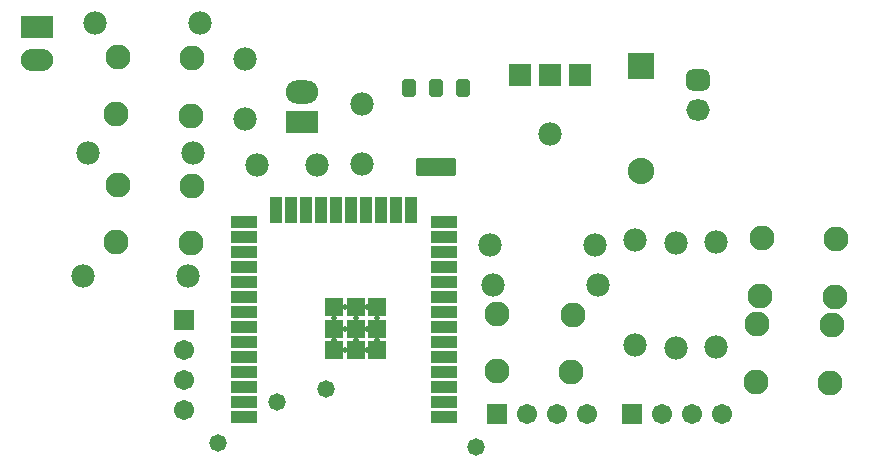
<source format=gbr>
G04*
G04 #@! TF.GenerationSoftware,Altium Limited,Altium Designer,25.0.2 (28)*
G04*
G04 Layer_Color=8388736*
%FSLAX44Y44*%
%MOMM*%
G71*
G04*
G04 #@! TF.SameCoordinates,D42C59B9-CDD2-46E9-AE24-7A473A00D307*
G04*
G04*
G04 #@! TF.FilePolarity,Negative*
G04*
G01*
G75*
%ADD22R,2.2032X1.1032*%
%ADD23R,1.1032X2.2032*%
%ADD24R,1.5332X1.5332*%
G04:AMPARAMS|DCode=25|XSize=1.5132mm|YSize=1.1332mm|CornerRadius=0.1714mm|HoleSize=0mm|Usage=FLASHONLY|Rotation=270.000|XOffset=0mm|YOffset=0mm|HoleType=Round|Shape=RoundedRectangle|*
%AMROUNDEDRECTD25*
21,1,1.5132,0.7905,0,0,270.0*
21,1,1.1705,1.1332,0,0,270.0*
1,1,0.3427,-0.3953,-0.5853*
1,1,0.3427,-0.3953,0.5853*
1,1,0.3427,0.3953,0.5853*
1,1,0.3427,0.3953,-0.5853*
%
%ADD25ROUNDEDRECTD25*%
G04:AMPARAMS|DCode=26|XSize=1.5132mm|YSize=3.4432mm|CornerRadius=0.1999mm|HoleSize=0mm|Usage=FLASHONLY|Rotation=270.000|XOffset=0mm|YOffset=0mm|HoleType=Round|Shape=RoundedRectangle|*
%AMROUNDEDRECTD26*
21,1,1.5132,3.0435,0,0,270.0*
21,1,1.1135,3.4432,0,0,270.0*
1,1,0.3997,-1.5218,-0.5568*
1,1,0.3997,-1.5218,0.5568*
1,1,0.3997,1.5218,0.5568*
1,1,0.3997,1.5218,-0.5568*
%
%ADD26ROUNDEDRECTD26*%
%ADD27C,0.5032*%
%ADD28C,1.9812*%
%ADD29R,1.9812X1.9812*%
%ADD30C,2.1082*%
%ADD31R,1.7032X1.7032*%
%ADD32C,1.7032*%
%ADD33R,1.7032X1.7032*%
G04:AMPARAMS|DCode=34|XSize=1.8032mm|YSize=2.0032mm|CornerRadius=0.5016mm|HoleSize=0mm|Usage=FLASHONLY|Rotation=270.000|XOffset=0mm|YOffset=0mm|HoleType=Round|Shape=RoundedRectangle|*
%AMROUNDEDRECTD34*
21,1,1.8032,1.0000,0,0,270.0*
21,1,0.8000,2.0032,0,0,270.0*
1,1,1.0032,-0.5000,-0.4000*
1,1,1.0032,-0.5000,0.4000*
1,1,1.0032,0.5000,0.4000*
1,1,1.0032,0.5000,-0.4000*
%
%ADD34ROUNDEDRECTD34*%
%ADD35O,2.0032X1.8032*%
%ADD36R,2.2352X2.2352*%
%ADD37C,2.2352*%
%ADD38O,2.7432X1.9812*%
%ADD39R,2.7432X1.9812*%
%ADD40O,2.7432X1.8542*%
%ADD41R,2.7432X1.8542*%
%ADD42C,1.4732*%
D22*
X958350Y483800D02*
D03*
Y496500D02*
D03*
Y509200D02*
D03*
Y521900D02*
D03*
Y534600D02*
D03*
Y547300D02*
D03*
Y560000D02*
D03*
Y572700D02*
D03*
Y585400D02*
D03*
Y598100D02*
D03*
Y610800D02*
D03*
Y623500D02*
D03*
Y636200D02*
D03*
Y648900D02*
D03*
X788350D02*
D03*
Y636200D02*
D03*
Y623500D02*
D03*
Y610800D02*
D03*
Y598100D02*
D03*
Y585400D02*
D03*
Y572700D02*
D03*
Y560000D02*
D03*
Y547300D02*
D03*
Y534600D02*
D03*
Y521900D02*
D03*
Y509200D02*
D03*
Y496500D02*
D03*
Y483800D02*
D03*
D23*
X930500Y658900D02*
D03*
X917800D02*
D03*
X905100D02*
D03*
X892400D02*
D03*
X879700D02*
D03*
X867000D02*
D03*
X854300D02*
D03*
X841600D02*
D03*
X828900D02*
D03*
X816200D02*
D03*
D24*
X901700Y540450D02*
D03*
X883350D02*
D03*
X865000D02*
D03*
X901700Y558800D02*
D03*
X883350D02*
D03*
X865000D02*
D03*
X901700Y577150D02*
D03*
X883350D02*
D03*
X865000D02*
D03*
D25*
X974130Y762430D02*
D03*
X951230D02*
D03*
X928330D02*
D03*
D26*
X951230Y695530D02*
D03*
D27*
X892525Y540450D02*
D03*
X874175D02*
D03*
X901700Y549625D02*
D03*
X883350D02*
D03*
X865000D02*
D03*
X892525Y558800D02*
D03*
X874175D02*
D03*
X901700Y567975D02*
D03*
X883350D02*
D03*
X865000D02*
D03*
X892525Y577150D02*
D03*
X874175D02*
D03*
D28*
X1047750Y723900D02*
D03*
X999490Y595630D02*
D03*
X1088390D02*
D03*
X652780Y603250D02*
D03*
X741680D02*
D03*
X656590Y707390D02*
D03*
X745490D02*
D03*
X1154430Y631190D02*
D03*
Y542290D02*
D03*
X1085850Y629920D02*
D03*
X996950D02*
D03*
X889000Y749300D02*
D03*
Y698500D02*
D03*
X850900Y697230D02*
D03*
X800100D02*
D03*
X789940Y736600D02*
D03*
Y787400D02*
D03*
X1188720Y543560D02*
D03*
Y632460D02*
D03*
X1120140Y544830D02*
D03*
Y633730D02*
D03*
X662940Y817880D02*
D03*
X751840D02*
D03*
D29*
X1073150Y773900D02*
D03*
X1047750D02*
D03*
X1022350D02*
D03*
D30*
X681990Y788670D02*
D03*
X744220Y739140D02*
D03*
X744982Y787908D02*
D03*
X680466Y740156D02*
D03*
X1065530Y521970D02*
D03*
X1003300Y571500D02*
D03*
X1002538Y522732D02*
D03*
X1067054Y570484D02*
D03*
X681990Y680720D02*
D03*
X744220Y631190D02*
D03*
X744982Y679958D02*
D03*
X680466Y632206D02*
D03*
X1227074Y635254D02*
D03*
X1289304Y585724D02*
D03*
X1290066Y634492D02*
D03*
X1225550Y586740D02*
D03*
X1285240Y513080D02*
D03*
X1223010Y562610D02*
D03*
X1222248Y513842D02*
D03*
X1286764Y561594D02*
D03*
D31*
X737870Y566420D02*
D03*
D32*
Y541020D02*
D03*
Y515620D02*
D03*
Y490220D02*
D03*
X1028700Y486410D02*
D03*
X1054100D02*
D03*
X1079500D02*
D03*
X1143000D02*
D03*
X1168400D02*
D03*
X1193800D02*
D03*
D33*
X1003300D02*
D03*
X1117600D02*
D03*
D34*
X1173480Y769620D02*
D03*
D35*
Y744220D02*
D03*
D36*
X1125220Y781050D02*
D03*
D37*
Y692150D02*
D03*
D38*
X838200Y759460D02*
D03*
D39*
Y734060D02*
D03*
D40*
X613410Y786130D02*
D03*
D41*
Y814070D02*
D03*
D42*
X816610Y496500D02*
D03*
X767080Y462280D02*
D03*
X985520Y458470D02*
D03*
X858520Y508000D02*
D03*
M02*

</source>
